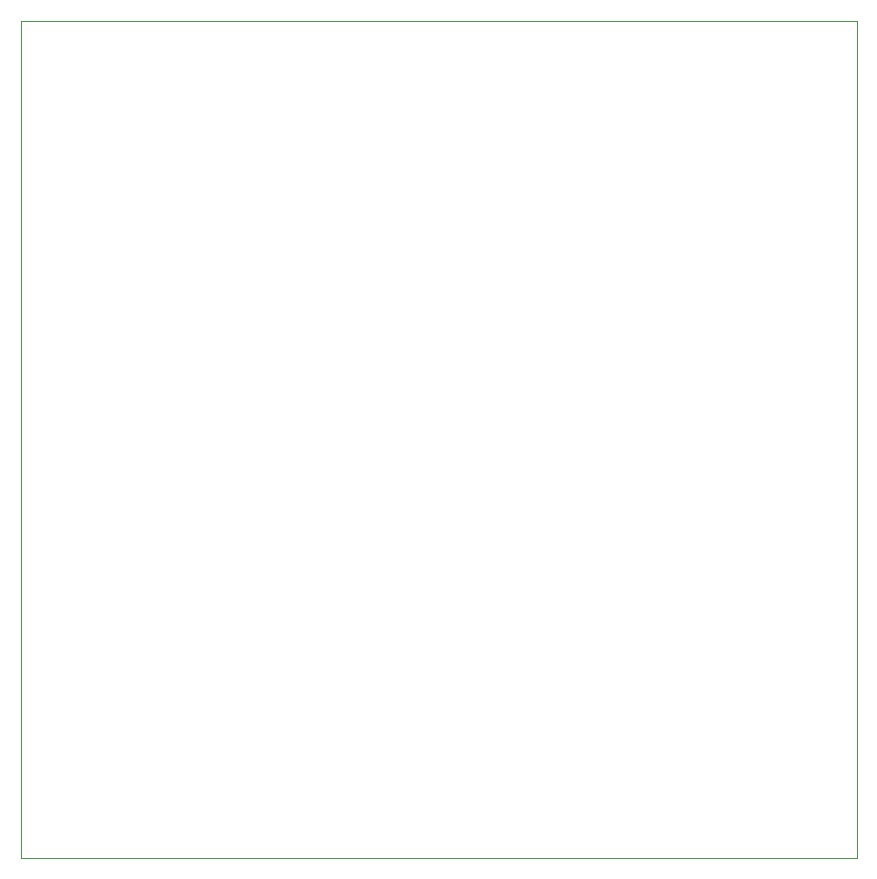
<source format=gbr>
%TF.GenerationSoftware,Altium Limited,Altium Designer,24.10.1 (45)*%
G04 Layer_Color=0*
%FSLAX45Y45*%
%MOMM*%
%TF.SameCoordinates,60A24816-13A2-4E53-95B9-A8CDB98880B0*%
%TF.FilePolarity,Positive*%
%TF.FileFunction,Profile,NP*%
%TF.Part,Single*%
G01*
G75*
%TA.AperFunction,Profile*%
%ADD31C,0.02540*%
D31*
X0Y0D02*
X7073900D01*
Y7086600D01*
X0D01*
Y0D01*
%TF.MD5,8a96475564feb172edab82c05c3ace37*%
M02*

</source>
